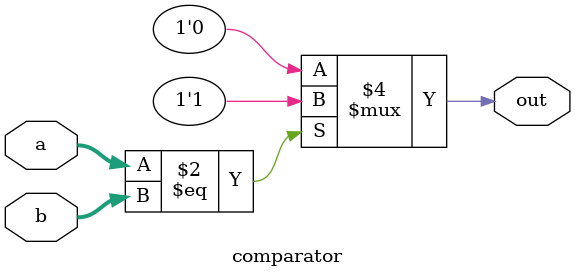
<source format=sv>
module comparator #(parameter width = 128)(
	input [width-1:0] a, b,
	output logic out
);


always_comb
	begin
		if(a==b)
			out = 1;
		else
			out = 0;
	end


endmodule : comparator
</source>
